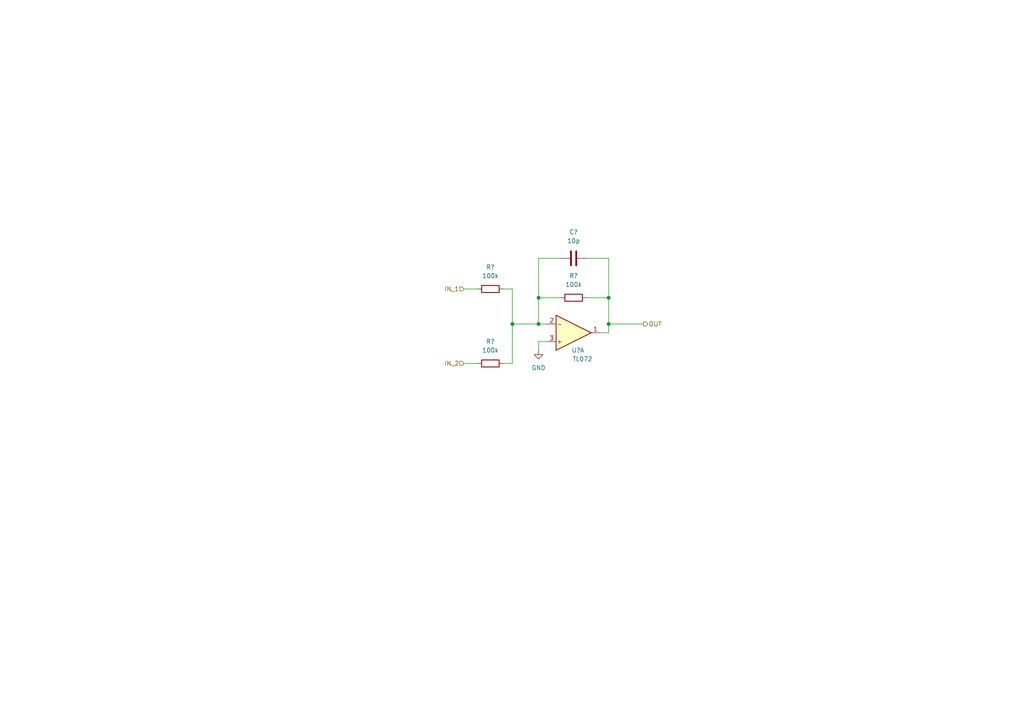
<source format=kicad_sch>
(kicad_sch (version 20211123) (generator eeschema)
  (paper "A4")
  (lib_symbols
    (symbol "Amplifier_Operational:TL072" (pin_names (offset 0.127))
      (property "Reference" "U" (at 0 5.08 0))
      (property "Value" "TL072" (at 0 -5.08 0))
      (symbol "TL072_1_1"
        (polyline (pts (xy -5.08 5.08) (xy 5.08 0) (xy -5.08 -5.08) (xy -5.08 5.08)) (stroke (width 0.254)) (fill (type background)))
        (pin output line (at 7.62 0 180) (length 2.54) (name "~") (number "1"))
        (pin input line (at -7.62 -2.54 0) (length 2.54) (name "-") (number "2"))
        (pin input line (at -7.62 2.54 0) (length 2.54) (name "+") (number "3"))
      )
      (symbol "TL072_2_1"
        (polyline (pts (xy -5.08 5.08) (xy 5.08 0) (xy -5.08 -5.08) (xy -5.08 5.08)) (stroke (width 0.254)) (fill (type background)))
        (pin input line (at -7.62 2.54 0) (length 2.54) (name "+") (number "5"))
        (pin input line (at -7.62 -2.54 0) (length 2.54) (name "-") (number "6"))
        (pin output line (at 7.62 0 180) (length 2.54) (name "~") (number "7"))
      )
      (symbol "TL072_3_1"
        (pin power_in line (at -2.54 -7.62 90) (length 3.81) (name "V-") (number "4"))
        (pin power_in line (at -2.54 7.62 270) (length 3.81) (name "V+") (number "8"))
      )
    )
    (symbol "Device:C" (pin_numbers hide) (pin_names (offset 0.254))
      (property "Reference" "C" (at 0.635 2.54 0))
      (property "Value" "C" (at 0.635 -2.54 0))
      (symbol "C_0_1"
        (polyline (pts (xy -2.032 -0.762) (xy 2.032 -0.762)) (stroke (width 0.508)))
        (polyline (pts (xy -2.032 0.762) (xy 2.032 0.762)) (stroke (width 0.508)))
      )
      (symbol "C_1_1"
        (pin passive line (at 0 3.81 270) (length 2.794) (name "~") (number "1"))
        (pin passive line (at 0 -3.81 90) (length 2.794) (name "~") (number "2"))
      )
    )
    (symbol "Device:R" (pin_numbers hide) (pin_names (offset 0))
      (property "Reference" "R" (at 2.032 0 90))
      (property "Value" "R" (at 0 0 90))
      (symbol "R_0_1"
        (rectangle (start -1.016 -2.54) (end 1.016 2.54) (stroke (width 0.254)))
      )
      (symbol "R_1_1"
        (pin passive line (at 0 3.81 270) (length 1.27) (name "~") (number "1"))
        (pin passive line (at 0 -3.81 90) (length 1.27) (name "~") (number "2"))
      )
    )
    (symbol "power:GND" (power) (pin_names (offset 0))
      (property "Value" "GND" (at 0 -3.81 0))
      (symbol "GND_0_1"
        (polyline (pts (xy 0 0) (xy 0 -1.27) (xy 1.27 -1.27) (xy 0 -2.54) (xy -1.27 -1.27) (xy 0 -1.27)))
      )
      (symbol "GND_1_1"
        (pin power_in line (at 0 0 270) (length 0) hide (name "GND") (number "1"))
      )
    )
  )
  (junction (at 148.59 93.98))
  (junction (at 176.53 86.36))
  (junction (at 156.21 93.98))
  (junction (at 156.21 86.36))
  (junction (at 176.53 93.98))
  (wire (pts (xy 170.18 86.36) (xy 176.53 86.36)))
  (wire (pts (xy 134.62 83.82) (xy 138.43 83.82)))
  (wire (pts (xy 156.21 93.98) (xy 156.21 86.36)))
  (wire (pts (xy 156.21 86.36) (xy 156.21 74.93)))
  (wire (pts (xy 156.21 86.36) (xy 162.56 86.36)))
  (wire (pts (xy 176.53 74.93) (xy 170.18 74.93)))
  (wire (pts (xy 146.05 105.41) (xy 148.59 105.41)))
  (wire (pts (xy 148.59 83.82) (xy 146.05 83.82)))
  (wire (pts (xy 176.53 93.98) (xy 176.53 86.36)))
  (wire (pts (xy 176.53 93.98) (xy 186.69 93.98)))
  (wire (pts (xy 148.59 93.98) (xy 148.59 83.82)))
  (wire (pts (xy 173.99 96.52) (xy 176.53 96.52)))
  (wire (pts (xy 134.62 105.41) (xy 138.43 105.41)))
  (wire (pts (xy 148.59 105.41) (xy 148.59 93.98)))
  (wire (pts (xy 156.21 101.6) (xy 156.21 99.06)))
  (wire (pts (xy 156.21 99.06) (xy 158.75 99.06)))
  (wire (pts (xy 156.21 74.93) (xy 162.56 74.93)))
  (wire (pts (xy 176.53 96.52) (xy 176.53 93.98)))
  (wire (pts (xy 158.75 93.98) (xy 156.21 93.98)))
  (wire (pts (xy 148.59 93.98) (xy 156.21 93.98)))
  (wire (pts (xy 176.53 86.36) (xy 176.53 74.93)))
  (hierarchical_label "IN_1" (shape input) (at 134.62 83.82 180))
  (hierarchical_label "IN_2" (shape input) (at 134.62 105.41 180))
  (hierarchical_label "OUT" (shape output) (at 186.69 93.98 0))
  (symbol (lib_id "Device:R") (at 142.24 105.41 90) (unit 1)
    (property "Reference" "R?" (at 142.24 99.06 90))
    (property "Value" "100k" (at 142.24 101.6 90))
  )
  (symbol (lib_id "Amplifier_Operational:TL072") (at 166.37 96.52 0) (mirror x) (unit 1)
    (property "Reference" "U?" (at 167.64 101.6 0))
    (property "Value" "TL072" (at 168.91 104.14 0))
    (property "Datasheet" "http://www.ti.com/lit/ds/symlink/tl071.pdf" (effects hide))
  )
  (symbol (lib_id "Device:R") (at 166.37 86.36 90) (unit 1)
    (property "Reference" "R?" (at 166.37 80.01 90))
    (property "Value" "100k" (at 166.37 82.55 90))
  )
  (symbol (lib_id "Device:R") (at 142.24 83.82 90) (unit 1)
    (property "Reference" "R?" (at 142.24 77.47 90))
    (property "Value" "100k" (at 142.24 80.01 90))
  )
  (symbol (lib_id "Device:C") (at 166.37 74.93 90) (unit 1)
    (property "Reference" "C?" (at 166.37 67.31 90))
    (property "Value" "10p" (at 166.37 69.85 90))
  )
  (symbol (lib_id "power:GND") (at 156.21 101.6 0) (unit 1)
    (property "Reference" "#PWR?" (effects hide))
    (property "Value" "GND" (at 156.21 106.68 0))
  )
)
</source>
